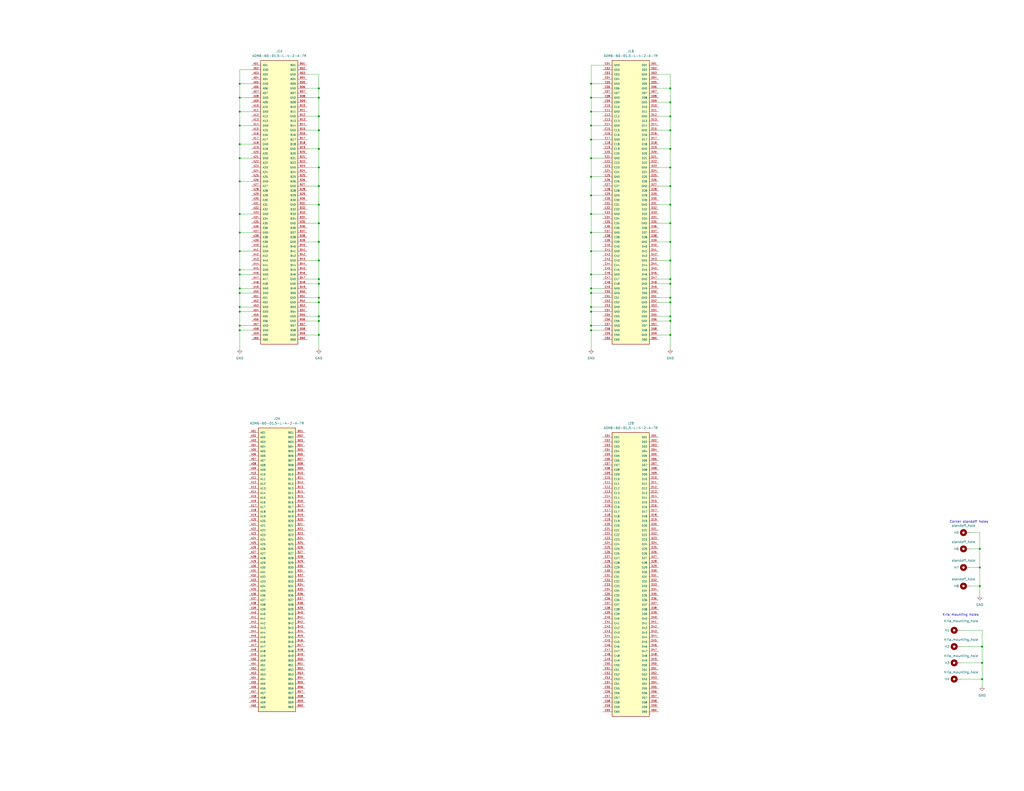
<source format=kicad_sch>
(kicad_sch (version 20211123) (generator eeschema)
  (paper "C")
  (junction (at 322.58 68.58))
  (junction (at 173.99 53.34))
  (junction (at 130.81 116.84))
  (junction (at 130.81 177.8))
  (junction (at 173.99 111.76))
  (junction (at 173.99 91.44))
  (junction (at 322.58 149.86))
  (junction (at 173.99 154.94))
  (junction (at 130.81 127))
  (junction (at 173.99 48.26))
  (junction (at 322.58 116.84))
  (junction (at 130.81 60.96))
  (junction (at 322.58 180.34))
  (junction (at 130.81 53.34))
  (junction (at 173.99 182.88))
  (junction (at 322.58 86.36))
  (junction (at 365.76 71.12))
  (junction (at 322.58 160.02))
  (junction (at 173.99 172.72))
  (junction (at 322.58 137.16))
  (junction (at 365.76 55.88))
  (junction (at 173.99 71.12))
  (junction (at 322.58 167.64))
  (junction (at 130.81 167.64))
  (junction (at 130.81 86.36))
  (junction (at 130.81 157.48))
  (junction (at 173.99 132.08))
  (junction (at 173.99 152.4))
  (junction (at 322.58 76.2))
  (junction (at 173.99 121.92))
  (junction (at 130.81 45.72))
  (junction (at 322.58 96.52))
  (junction (at 130.81 149.86))
  (junction (at 365.76 81.28))
  (junction (at 322.58 157.48))
  (junction (at 535.94 361.95))
  (junction (at 173.99 142.24))
  (junction (at 322.58 53.34))
  (junction (at 130.81 137.16))
  (junction (at 365.76 165.1))
  (junction (at 173.99 175.26))
  (junction (at 322.58 170.18))
  (junction (at 534.67 320.04))
  (junction (at 173.99 63.5))
  (junction (at 365.76 175.26))
  (junction (at 365.76 121.92))
  (junction (at 365.76 162.56))
  (junction (at 322.58 60.96))
  (junction (at 173.99 81.28))
  (junction (at 365.76 132.08))
  (junction (at 365.76 152.4))
  (junction (at 173.99 162.56))
  (junction (at 365.76 63.5))
  (junction (at 322.58 45.72))
  (junction (at 365.76 91.44))
  (junction (at 534.67 299.72))
  (junction (at 322.58 106.68))
  (junction (at 365.76 101.6))
  (junction (at 130.81 99.06))
  (junction (at 130.81 147.32))
  (junction (at 130.81 78.74))
  (junction (at 173.99 165.1))
  (junction (at 534.67 309.88))
  (junction (at 535.94 370.84))
  (junction (at 535.94 353.06))
  (junction (at 130.81 68.58))
  (junction (at 130.81 160.02))
  (junction (at 173.99 101.6))
  (junction (at 365.76 154.94))
  (junction (at 365.76 48.26))
  (junction (at 322.58 127))
  (junction (at 365.76 142.24))
  (junction (at 322.58 177.8))
  (junction (at 130.81 170.18))
  (junction (at 365.76 172.72))
  (junction (at 365.76 182.88))
  (junction (at 130.81 180.34))
  (junction (at 365.76 111.76))
  (wire (pts (xy 322.58 53.34) (xy 322.58 60.96)))
  (wire (pts (xy 130.81 147.32) (xy 130.81 137.16)))
  (wire (pts (xy 167.64 165.1) (xy 173.99 165.1)))
  (wire (pts (xy 130.81 60.96) (xy 137.16 60.96)))
  (wire (pts (xy 322.58 60.96) (xy 322.58 68.58)))
  (wire (pts (xy 359.41 154.94) (xy 365.76 154.94)))
  (wire (pts (xy 365.76 154.94) (xy 365.76 152.4)))
  (wire (pts (xy 130.81 177.8) (xy 137.16 177.8)))
  (wire (pts (xy 322.58 106.68) (xy 328.93 106.68)))
  (wire (pts (xy 322.58 170.18) (xy 322.58 177.8)))
  (wire (pts (xy 322.58 106.68) (xy 322.58 116.84)))
  (wire (pts (xy 359.41 101.6) (xy 365.76 101.6)))
  (wire (pts (xy 322.58 157.48) (xy 328.93 157.48)))
  (wire (pts (xy 359.41 91.44) (xy 365.76 91.44)))
  (wire (pts (xy 130.81 177.8) (xy 130.81 170.18)))
  (wire (pts (xy 359.41 132.08) (xy 365.76 132.08)))
  (wire (pts (xy 130.81 147.32) (xy 137.16 147.32)))
  (wire (pts (xy 534.67 309.88) (xy 534.67 299.72)))
  (wire (pts (xy 167.64 71.12) (xy 173.99 71.12)))
  (wire (pts (xy 529.59 320.04) (xy 534.67 320.04)))
  (wire (pts (xy 130.81 149.86) (xy 130.81 147.32)))
  (wire (pts (xy 130.81 170.18) (xy 130.81 167.64)))
  (wire (pts (xy 130.81 78.74) (xy 130.81 68.58)))
  (wire (pts (xy 130.81 180.34) (xy 137.16 180.34)))
  (wire (pts (xy 322.58 157.48) (xy 322.58 160.02)))
  (wire (pts (xy 529.59 299.72) (xy 534.67 299.72)))
  (wire (pts (xy 359.41 81.28) (xy 365.76 81.28)))
  (wire (pts (xy 130.81 157.48) (xy 130.81 149.86)))
  (wire (pts (xy 173.99 71.12) (xy 173.99 63.5)))
  (wire (pts (xy 365.76 40.64) (xy 359.41 40.64)))
  (wire (pts (xy 130.81 180.34) (xy 130.81 177.8)))
  (wire (pts (xy 365.76 132.08) (xy 365.76 121.92)))
  (wire (pts (xy 173.99 81.28) (xy 173.99 71.12)))
  (wire (pts (xy 130.81 86.36) (xy 137.16 86.36)))
  (wire (pts (xy 322.58 177.8) (xy 328.93 177.8)))
  (wire (pts (xy 365.76 165.1) (xy 365.76 162.56)))
  (wire (pts (xy 535.94 353.06) (xy 535.94 361.95)))
  (wire (pts (xy 365.76 190.5) (xy 365.76 182.88)))
  (wire (pts (xy 173.99 172.72) (xy 173.99 165.1)))
  (wire (pts (xy 167.64 111.76) (xy 173.99 111.76)))
  (wire (pts (xy 173.99 63.5) (xy 173.99 53.34)))
  (wire (pts (xy 359.41 63.5) (xy 365.76 63.5)))
  (wire (pts (xy 130.81 170.18) (xy 137.16 170.18)))
  (wire (pts (xy 322.58 35.56) (xy 328.93 35.56)))
  (wire (pts (xy 130.81 38.1) (xy 137.16 38.1)))
  (wire (pts (xy 322.58 96.52) (xy 328.93 96.52)))
  (wire (pts (xy 130.81 157.48) (xy 137.16 157.48)))
  (wire (pts (xy 365.76 111.76) (xy 365.76 101.6)))
  (wire (pts (xy 130.81 60.96) (xy 130.81 53.34)))
  (wire (pts (xy 322.58 45.72) (xy 322.58 53.34)))
  (wire (pts (xy 167.64 182.88) (xy 173.99 182.88)))
  (wire (pts (xy 130.81 180.34) (xy 130.81 190.5)))
  (wire (pts (xy 359.41 111.76) (xy 365.76 111.76)))
  (wire (pts (xy 359.41 182.88) (xy 365.76 182.88)))
  (wire (pts (xy 173.99 40.64) (xy 167.64 40.64)))
  (wire (pts (xy 130.81 149.86) (xy 137.16 149.86)))
  (wire (pts (xy 322.58 68.58) (xy 322.58 76.2)))
  (wire (pts (xy 322.58 167.64) (xy 322.58 170.18)))
  (wire (pts (xy 322.58 127) (xy 322.58 137.16)))
  (wire (pts (xy 173.99 165.1) (xy 173.99 162.56)))
  (wire (pts (xy 173.99 111.76) (xy 173.99 101.6)))
  (wire (pts (xy 130.81 45.72) (xy 137.16 45.72)))
  (wire (pts (xy 167.64 172.72) (xy 173.99 172.72)))
  (wire (pts (xy 173.99 48.26) (xy 173.99 40.64)))
  (wire (pts (xy 130.81 68.58) (xy 130.81 60.96)))
  (wire (pts (xy 322.58 35.56) (xy 322.58 45.72)))
  (wire (pts (xy 167.64 63.5) (xy 173.99 63.5)))
  (wire (pts (xy 167.64 53.34) (xy 173.99 53.34)))
  (wire (pts (xy 365.76 101.6) (xy 365.76 91.44)))
  (wire (pts (xy 365.76 48.26) (xy 365.76 40.64)))
  (wire (pts (xy 359.41 142.24) (xy 365.76 142.24)))
  (wire (pts (xy 167.64 175.26) (xy 173.99 175.26)))
  (wire (pts (xy 534.67 320.04) (xy 534.67 309.88)))
  (wire (pts (xy 359.41 48.26) (xy 365.76 48.26)))
  (wire (pts (xy 322.58 137.16) (xy 322.58 149.86)))
  (wire (pts (xy 322.58 86.36) (xy 328.93 86.36)))
  (wire (pts (xy 167.64 91.44) (xy 173.99 91.44)))
  (wire (pts (xy 130.81 167.64) (xy 137.16 167.64)))
  (wire (pts (xy 365.76 162.56) (xy 365.76 154.94)))
  (wire (pts (xy 173.99 91.44) (xy 173.99 81.28)))
  (wire (pts (xy 365.76 172.72) (xy 365.76 165.1)))
  (wire (pts (xy 167.64 132.08) (xy 173.99 132.08)))
  (wire (pts (xy 534.67 299.72) (xy 534.67 290.83)))
  (wire (pts (xy 322.58 180.34) (xy 322.58 190.5)))
  (wire (pts (xy 167.64 152.4) (xy 173.99 152.4)))
  (wire (pts (xy 130.81 99.06) (xy 137.16 99.06)))
  (wire (pts (xy 130.81 160.02) (xy 137.16 160.02)))
  (wire (pts (xy 322.58 76.2) (xy 322.58 86.36)))
  (wire (pts (xy 173.99 101.6) (xy 173.99 91.44)))
  (wire (pts (xy 365.76 121.92) (xy 365.76 111.76)))
  (wire (pts (xy 167.64 101.6) (xy 173.99 101.6)))
  (wire (pts (xy 529.59 309.88) (xy 534.67 309.88)))
  (wire (pts (xy 359.41 121.92) (xy 365.76 121.92)))
  (wire (pts (xy 130.81 116.84) (xy 130.81 99.06)))
  (wire (pts (xy 524.51 370.84) (xy 535.94 370.84)))
  (wire (pts (xy 365.76 142.24) (xy 365.76 132.08)))
  (wire (pts (xy 322.58 167.64) (xy 328.93 167.64)))
  (wire (pts (xy 365.76 182.88) (xy 365.76 175.26)))
  (wire (pts (xy 173.99 182.88) (xy 173.99 190.5)))
  (wire (pts (xy 130.81 86.36) (xy 130.81 78.74)))
  (wire (pts (xy 167.64 142.24) (xy 173.99 142.24)))
  (wire (pts (xy 167.64 154.94) (xy 173.99 154.94)))
  (wire (pts (xy 130.81 160.02) (xy 130.81 157.48)))
  (wire (pts (xy 130.81 137.16) (xy 137.16 137.16)))
  (wire (pts (xy 130.81 167.64) (xy 130.81 160.02)))
  (wire (pts (xy 130.81 53.34) (xy 137.16 53.34)))
  (wire (pts (xy 365.76 175.26) (xy 365.76 172.72)))
  (wire (pts (xy 130.81 137.16) (xy 130.81 127)))
  (wire (pts (xy 167.64 162.56) (xy 173.99 162.56)))
  (wire (pts (xy 365.76 152.4) (xy 365.76 142.24)))
  (wire (pts (xy 359.41 162.56) (xy 365.76 162.56)))
  (wire (pts (xy 322.58 116.84) (xy 328.93 116.84)))
  (wire (pts (xy 359.41 175.26) (xy 365.76 175.26)))
  (wire (pts (xy 322.58 149.86) (xy 328.93 149.86)))
  (wire (pts (xy 535.94 344.17) (xy 535.94 353.06)))
  (wire (pts (xy 130.81 45.72) (xy 130.81 38.1)))
  (wire (pts (xy 322.58 170.18) (xy 328.93 170.18)))
  (wire (pts (xy 130.81 78.74) (xy 137.16 78.74)))
  (wire (pts (xy 173.99 175.26) (xy 173.99 182.88)))
  (wire (pts (xy 524.51 361.95) (xy 535.94 361.95)))
  (wire (pts (xy 365.76 71.12) (xy 365.76 63.5)))
  (wire (pts (xy 130.81 127) (xy 137.16 127)))
  (wire (pts (xy 359.41 165.1) (xy 365.76 165.1)))
  (wire (pts (xy 130.81 68.58) (xy 137.16 68.58)))
  (wire (pts (xy 524.51 353.06) (xy 535.94 353.06)))
  (wire (pts (xy 173.99 142.24) (xy 173.99 132.08)))
  (wire (pts (xy 365.76 63.5) (xy 365.76 55.88)))
  (wire (pts (xy 322.58 53.34) (xy 328.93 53.34)))
  (wire (pts (xy 524.51 344.17) (xy 535.94 344.17)))
  (wire (pts (xy 130.81 53.34) (xy 130.81 45.72)))
  (wire (pts (xy 322.58 68.58) (xy 328.93 68.58)))
  (wire (pts (xy 322.58 116.84) (xy 322.58 127)))
  (wire (pts (xy 130.81 127) (xy 130.81 116.84)))
  (wire (pts (xy 359.41 172.72) (xy 365.76 172.72)))
  (wire (pts (xy 322.58 177.8) (xy 322.58 180.34)))
  (wire (pts (xy 322.58 137.16) (xy 328.93 137.16)))
  (wire (pts (xy 359.41 71.12) (xy 365.76 71.12)))
  (wire (pts (xy 167.64 48.26) (xy 173.99 48.26)))
  (wire (pts (xy 167.64 121.92) (xy 173.99 121.92)))
  (wire (pts (xy 534.67 325.12) (xy 534.67 320.04)))
  (wire (pts (xy 173.99 154.94) (xy 173.99 152.4)))
  (wire (pts (xy 322.58 149.86) (xy 322.58 157.48)))
  (wire (pts (xy 322.58 76.2) (xy 328.93 76.2)))
  (wire (pts (xy 322.58 45.72) (xy 328.93 45.72)))
  (wire (pts (xy 365.76 91.44) (xy 365.76 81.28)))
  (wire (pts (xy 322.58 160.02) (xy 322.58 167.64)))
  (wire (pts (xy 359.41 152.4) (xy 365.76 152.4)))
  (wire (pts (xy 322.58 127) (xy 328.93 127)))
  (wire (pts (xy 130.81 116.84) (xy 137.16 116.84)))
  (wire (pts (xy 130.81 99.06) (xy 130.81 86.36)))
  (wire (pts (xy 365.76 55.88) (xy 365.76 48.26)))
  (wire (pts (xy 322.58 86.36) (xy 322.58 96.52)))
  (wire (pts (xy 173.99 121.92) (xy 173.99 111.76)))
  (wire (pts (xy 322.58 96.52) (xy 322.58 106.68)))
  (wire (pts (xy 167.64 81.28) (xy 173.99 81.28)))
  (wire (pts (xy 359.41 55.88) (xy 365.76 55.88)))
  (wire (pts (xy 365.76 81.28) (xy 365.76 71.12)))
  (wire (pts (xy 322.58 160.02) (xy 328.93 160.02)))
  (wire (pts (xy 534.67 290.83) (xy 529.59 290.83)))
  (wire (pts (xy 535.94 361.95) (xy 535.94 370.84)))
  (wire (pts (xy 173.99 132.08) (xy 173.99 121.92)))
  (wire (pts (xy 173.99 175.26) (xy 173.99 172.72)))
  (wire (pts (xy 173.99 53.34) (xy 173.99 48.26)))
  (wire (pts (xy 535.94 370.84) (xy 535.94 374.65)))
  (wire (pts (xy 322.58 60.96) (xy 328.93 60.96)))
  (wire (pts (xy 322.58 180.34) (xy 328.93 180.34)))
  (wire (pts (xy 173.99 162.56) (xy 173.99 154.94)))
  (wire (pts (xy 173.99 152.4) (xy 173.99 142.24)))
  (text "Corner standoff holes" (at 518.16 285.75 0) (effects (font (size 1.27 1.27)) (justify left bottom)))
  (text "Kria mounting holes" (at 514.35 336.55 0) (effects (font (size 1.27 1.27)) (justify left bottom)))
  (symbol (lib_id "pedrolib:standoff_hole") (at 527.05 309.88 90) (unit 1)
    (property "Reference" "H7" (at 521.97 309.88 90))
    (property "Value" "standoff_hole" (at 525.78 306.07 90))
    (property "Footprint" "MountingHole:MountingHole_3.5mm_Pad" (effects hide))
  )
  (symbol (lib_id "pedrolib:Kria_mounting_hole") (at 521.97 353.06 90) (unit 1)
    (property "Reference" "H2" (at 516.89 353.06 90))
    (property "Value" "Kria_mounting_hole" (at 524.51 349.25 90))
    (property "Footprint" "MountingHole:MountingHole_4.5mm_Pad" (effects hide))
  )
  (symbol (lib_id "pedrolib:kria_conn_2") (at 151.13 309.88 0) (unit 1)
    (property "Reference" "J2" (at 151.13 228.6 0))
    (property "Value" "ADM6-60-01.5-L-4-2-A-TR" (at 151.13 231.14 0))
    (property "Footprint" "pedrolib:SAMTEC_ADM6-60-01.5-L-4-2-A-TR" (effects hide))
    (property "PARTREV" "7" (effects hide))
    (property "MANUFACTURER" "Samtec" (effects hide))
    (property "MAXIMUM_PACKAGE_HEIGHT" "4.1mm" (effects hide))
    (property "STANDARD" "Manufacturer Recommendations" (effects hide))
  )
  (symbol (lib_id "pedrolib:Kria_mounting_hole") (at 521.97 370.84 90) (unit 1)
    (property "Reference" "H4" (at 516.89 370.84 90))
    (property "Value" "Kria_mounting_hole" (at 524.51 367.03 90))
    (property "Footprint" "MountingHole:MountingHole_4.5mm_Pad" (effects hide))
  )
  (symbol (lib_id "pedrolib:kria_conn_2") (at 344.17 312.42 0) (unit 2)
    (property "Reference" "J2" (at 344.17 231.14 0))
    (property "Value" "ADM6-60-01.5-L-4-2-A-TR" (at 344.17 233.68 0))
    (property "Footprint" "pedrolib:SAMTEC_ADM6-60-01.5-L-4-2-A-TR" (effects hide))
    (property "PARTREV" "7" (effects hide))
    (property "MANUFACTURER" "Samtec" (effects hide))
    (property "MAXIMUM_PACKAGE_HEIGHT" "4.1mm" (effects hide))
    (property "STANDARD" "Manufacturer Recommendations" (effects hide))
  )
  (symbol (lib_id "power:GND") (at 534.67 325.12 0) (unit 1)
    (property "Reference" "#PWR0101" (effects hide))
    (property "Value" "GND" (at 534.67 330.2 0))
  )
  (symbol (lib_name "kria_conn_1_1") (lib_id "pedrolib:kria_conn_1") (at 152.4 109.22 0) (unit 1)
    (property "Reference" "J1" (at 152.4 27.94 0))
    (property "Value" "ADM6-60-01.5-L-4-2-A-TR" (at 152.4 30.48 0))
    (property "Footprint" "pedrolib:SAMTEC_ADM6-60-01.5-L-4-2-A-TR" (effects hide))
    (property "PARTREV" "7" (effects hide))
    (property "MANUFACTURER" "Samtec" (effects hide))
    (property "MAXIMUM_PACKAGE_HEIGHT" "4.1mm" (effects hide))
    (property "STANDARD" "Manufacturer Recommendations" (effects hide))
  )
  (symbol (lib_id "pedrolib:kria_conn_1") (at 344.17 109.22 0) (unit 2)
    (property "Reference" "J1" (at 344.17 27.94 0))
    (property "Value" "ADM6-60-01.5-L-4-2-A-TR" (at 344.17 30.48 0))
    (property "Footprint" "pedrolib:SAMTEC_ADM6-60-01.5-L-4-2-A-TR" (effects hide))
    (property "PARTREV" "7" (effects hide))
    (property "MANUFACTURER" "Samtec" (effects hide))
    (property "MAXIMUM_PACKAGE_HEIGHT" "4.1mm" (effects hide))
    (property "STANDARD" "Manufacturer Recommendations" (effects hide))
  )
  (symbol (lib_id "pedrolib:standoff_hole") (at 527.05 290.83 90) (unit 1)
    (property "Reference" "H5" (at 521.97 290.83 90))
    (property "Value" "standoff_hole" (at 525.78 287.02 90))
    (property "Footprint" "MountingHole:MountingHole_3.5mm_Pad" (effects hide))
  )
  (symbol (lib_id "power:GND") (at 535.94 374.65 0) (unit 1)
    (property "Reference" "#PWR0102" (effects hide))
    (property "Value" "GND" (at 535.94 379.73 0))
  )
  (symbol (lib_id "power:GND") (at 173.99 190.5 0) (unit 1)
    (property "Reference" "#PWR0103" (effects hide))
    (property "Value" "GND" (at 173.99 195.58 0))
  )
  (symbol (lib_name "Kria_mounting_hole_1") (lib_id "pedrolib:Kria_mounting_hole") (at 521.97 344.17 90) (unit 1)
    (property "Reference" "H1" (at 516.89 344.17 90))
    (property "Value" "Kria_mounting_hole" (at 524.51 339.09 90))
    (property "Footprint" "MountingHole:MountingHole_4.5mm_Pad" (effects hide))
  )
  (symbol (lib_id "power:GND") (at 365.76 190.5 0) (unit 1)
    (property "Reference" "#PWR0106" (effects hide))
    (property "Value" "GND" (at 365.76 195.58 0))
  )
  (symbol (lib_id "pedrolib:standoff_hole") (at 527.05 299.72 90) (unit 1)
    (property "Reference" "H6" (at 521.97 299.72 90))
    (property "Value" "standoff_hole" (at 525.78 295.91 90))
    (property "Footprint" "MountingHole:MountingHole_3.5mm_Pad" (effects hide))
  )
  (symbol (lib_id "power:GND") (at 130.81 190.5 0) (unit 1)
    (property "Reference" "#PWR0104" (effects hide))
    (property "Value" "GND" (at 130.81 195.58 0))
  )
  (symbol (lib_id "pedrolib:standoff_hole") (at 527.05 320.04 90) (unit 1)
    (property "Reference" "H8" (at 521.97 320.04 90))
    (property "Value" "standoff_hole" (at 525.78 316.23 90))
    (property "Footprint" "MountingHole:MountingHole_3.5mm_Pad" (effects hide))
  )
  (symbol (lib_id "power:GND") (at 322.58 190.5 0) (unit 1)
    (property "Reference" "#PWR0105" (effects hide))
    (property "Value" "GND" (at 322.58 195.58 0))
  )
  (symbol (lib_id "pedrolib:Kria_mounting_hole") (at 521.97 361.95 90) (unit 1)
    (property "Reference" "H3" (at 516.89 361.95 90))
    (property "Value" "Kria_mounting_hole" (at 524.51 358.14 90))
    (property "Footprint" "MountingHole:MountingHole_4.5mm_Pad" (effects hide))
  )
)
</source>
